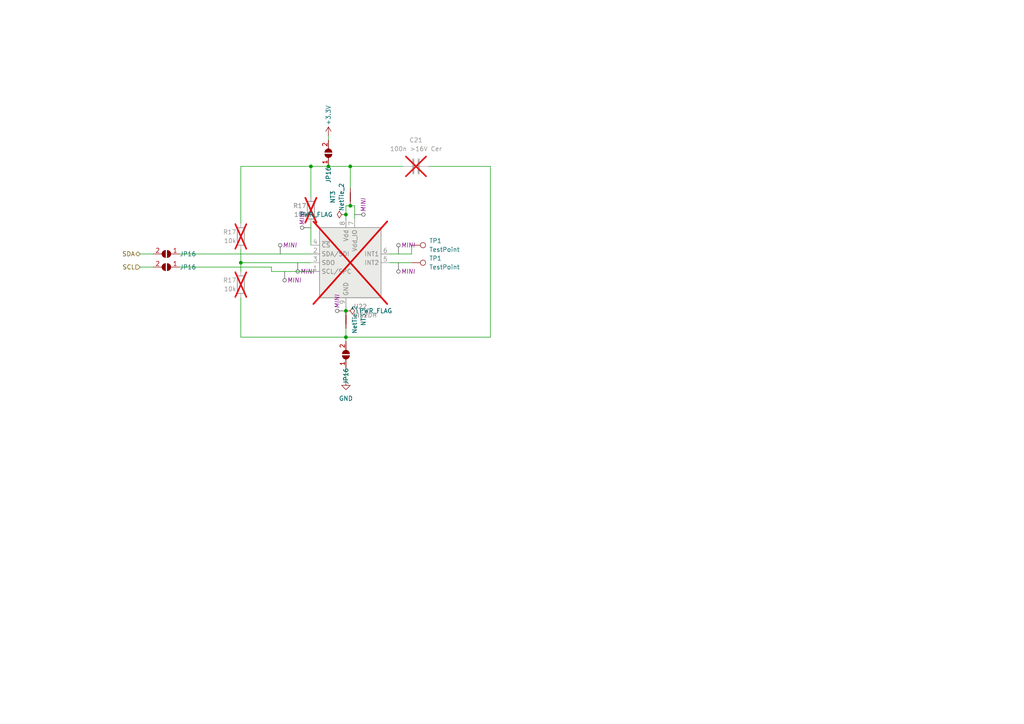
<source format=kicad_sch>
(kicad_sch (version 20230121) (generator eeschema)
  (paper "A4")
  (lib_symbols
    (symbol "Connector:TestPoint" (pin_numbers hide) (pin_names (offset 0.762) hide)
      (property "Reference" "TP" (at 0 6.858 0))
      (property "Value" "TestPoint" (at 0 5.08 0))
      (symbol "TestPoint_0_1"
        (circle (center 0 3.302) (radius 0.762))
      )
      (symbol "TestPoint_1_1"
        (pin passive line (at 0 0 90) (length 2.54) (name "1") (number "1"))
      )
    )
    (symbol "Device:C" (pin_numbers hide) (pin_names (offset 0.254))
      (property "Reference" "C" (at 0.635 2.54 0))
      (property "Value" "C" (at 0.635 -2.54 0))
      (symbol "C_0_1"
        (polyline (pts (xy -2.032 -0.762) (xy 2.032 -0.762)) (stroke (width 0.508)))
        (polyline (pts (xy -2.032 0.762) (xy 2.032 0.762)) (stroke (width 0.508)))
      )
      (symbol "C_1_1"
        (pin passive line (at 0 3.81 270) (length 2.794) (name "~") (number "1"))
        (pin passive line (at 0 -3.81 90) (length 2.794) (name "~") (number "2"))
      )
    )
    (symbol "Device:NetTie_2" (pin_numbers hide) (pin_names (offset 0) hide) (in_bom no)
      (property "Reference" "NT" (at 0 1.27 0))
      (property "Value" "NetTie_2" (at 0 -1.27 0))
      (symbol "NetTie_2_0_1"
        (polyline (pts (xy -1.27 0) (xy 1.27 0)) (stroke (width 0.254)))
      )
      (symbol "NetTie_2_1_1"
        (pin passive line (at -2.54 0 0) (length 2.54) (name "1") (number "1"))
        (pin passive line (at 2.54 0 180) (length 2.54) (name "2") (number "2"))
      )
    )
    (symbol "Device:R" (pin_numbers hide) (pin_names (offset 0))
      (property "Reference" "R" (at 2.032 0 90))
      (property "Value" "R" (at 0 0 90))
      (symbol "R_0_1"
        (rectangle (start -1.016 -2.54) (end 1.016 2.54) (stroke (width 0.254)))
      )
      (symbol "R_1_1"
        (pin passive line (at 0 3.81 270) (length 1.27) (name "~") (number "1"))
        (pin passive line (at 0 -3.81 90) (length 1.27) (name "~") (number "2"))
      )
    )
    (symbol "Jumper:SolderJumper_2_Open" (pin_names (offset 0) hide)
      (property "Reference" "JP" (at 0 2.032 0))
      (property "Value" "SolderJumper_2_Open" (at 0 -2.54 0))
      (symbol "SolderJumper_2_Open_0_1"
        (arc (start -0.254 1.016) (mid -1.2656 0) (end -0.254 -1.016))
        (arc (start -0.254 1.016) (mid -1.2656 0) (end -0.254 -1.016) (fill (type outline)))
        (polyline (pts (xy -0.254 1.016) (xy -0.254 -1.016)))
        (polyline (pts (xy 0.254 1.016) (xy 0.254 -1.016)))
        (arc (start 0.254 -1.016) (mid 1.2656 0) (end 0.254 1.016))
        (arc (start 0.254 -1.016) (mid 1.2656 0) (end 0.254 1.016) (fill (type outline)))
      )
      (symbol "SolderJumper_2_Open_1_1"
        (pin passive line (at -3.81 0 0) (length 2.54) (name "A") (number "1"))
        (pin passive line (at 3.81 0 180) (length 2.54) (name "B") (number "2"))
      )
    )
    (symbol "Sensor_Motion:LIS2DH"
      (property "Reference" "U" (at -8.89 11.43 0))
      (property "Value" "LIS2DH" (at 3.81 11.43 0))
      (symbol "LIS2DH_0_1"
        (rectangle (start -7.62 10.16) (end 10.16 -10.16) (stroke (width 0.254)) (fill (type background)))
      )
      (symbol "LIS2DH_1_1"
        (pin input line (at -10.16 -2.54 0) (length 2.54) (name "SCL/SPC") (number "1"))
        (pin passive line (at 0 -12.7 90) (length 2.54) hide (name "GND") (number "10"))
        (pin passive line (at 0 -12.7 90) (length 2.54) hide (name "GND") (number "11"))
        (pin passive line (at 0 -12.7 90) (length 2.54) hide (name "GND") (number "12"))
        (pin passive line (at 0 -12.7 90) (length 2.54) hide (name "GND") (number "13"))
        (pin passive line (at 0 -12.7 90) (length 2.54) hide (name "GND") (number "14"))
        (pin bidirectional line (at -10.16 2.54 0) (length 2.54) (name "SDA/SDI") (number "2"))
        (pin output line (at -10.16 0 0) (length 2.54) (name "SDO") (number "3"))
        (pin input line (at -10.16 5.08 0) (length 2.54) (name "~{CS}") (number "4"))
        (pin output line (at 12.7 0 180) (length 2.54) (name "INT2") (number "5"))
        (pin output line (at 12.7 2.54 180) (length 2.54) (name "INT1") (number "6"))
        (pin power_in line (at 2.54 12.7 270) (length 2.54) (name "Vdd_IO") (number "7"))
        (pin power_in line (at 0 12.7 270) (length 2.54) (name "Vdd") (number "8"))
        (pin power_in line (at 0 -12.7 90) (length 2.54) (name "GND") (number "9"))
      )
    )
    (symbol "power:+3.3V" (power) (pin_names (offset 0))
      (property "Value" "+3.3V" (at 0 3.556 0))
      (symbol "+3.3V_0_1"
        (polyline (pts (xy -0.762 1.27) (xy 0 2.54)))
        (polyline (pts (xy 0 0) (xy 0 2.54)))
        (polyline (pts (xy 0 2.54) (xy 0.762 1.27)))
      )
      (symbol "+3.3V_1_1"
        (pin power_in line (at 0 0 90) (length 0) hide (name "+3.3V") (number "1"))
      )
    )
    (symbol "power:GND" (power) (pin_names (offset 0))
      (property "Value" "GND" (at 0 -3.81 0))
      (symbol "GND_0_1"
        (polyline (pts (xy 0 0) (xy 0 -1.27) (xy 1.27 -1.27) (xy 0 -2.54) (xy -1.27 -1.27) (xy 0 -1.27)))
      )
      (symbol "GND_1_1"
        (pin power_in line (at 0 0 270) (length 0) hide (name "GND") (number "1"))
      )
    )
    (symbol "power:PWR_FLAG" (power) (pin_numbers hide) (pin_names (offset 0) hide)
      (property "Value" "PWR_FLAG" (at 0 3.81 0))
      (symbol "PWR_FLAG_0_0"
        (pin power_out line (at 0 0 90) (length 0) (name "pwr") (number "1"))
      )
      (symbol "PWR_FLAG_0_1"
        (polyline (pts (xy 0 0) (xy 0 1.27) (xy -1.016 1.905) (xy 0 2.54) (xy 1.016 1.905) (xy 0 1.27)))
      )
    )
  )
  (junction (at 69.85 76.2))
  (junction (at 100.33 90.17))
  (junction (at 95.25 48.26))
  (junction (at 100.33 97.79))
  (junction (at 100.33 62.23))
  (junction (at 101.6 48.26))
  (junction (at 101.6 59.69))
  (junction (at 90.17 48.26))
  (wire (pts (xy 90.17 64.77) (xy 90.17 71.12)))
  (wire (pts (xy 90.17 57.15) (xy 90.17 48.26)))
  (wire (pts (xy 69.85 97.79) (xy 100.33 97.79)))
  (wire (pts (xy 69.85 76.2) (xy 69.85 72.39)))
  (wire (pts (xy 40.64 73.66) (xy 44.45 73.66)))
  (wire (pts (xy 40.64 77.47) (xy 44.45 77.47)))
  (wire (pts (xy 100.33 59.69) (xy 100.33 62.23)))
  (wire (pts (xy 69.85 64.77) (xy 69.85 48.26)))
  (wire (pts (xy 113.03 76.2) (xy 119.38 76.2)))
  (wire (pts (xy 100.33 97.79) (xy 100.33 99.06)))
  (wire (pts (xy 78.74 78.74) (xy 78.74 77.47)))
  (wire (pts (xy 100.33 106.68) (xy 100.33 110.49)))
  (wire (pts (xy 52.07 73.66) (xy 90.17 73.66)))
  (wire (pts (xy 95.25 39.37) (xy 95.25 40.64)))
  (wire (pts (xy 113.03 73.66) (xy 119.38 73.66)))
  (wire (pts (xy 101.6 48.26) (xy 101.6 54.61)))
  (wire (pts (xy 69.85 76.2) (xy 69.85 78.74)))
  (wire (pts (xy 101.6 48.26) (xy 116.84 48.26)))
  (wire (pts (xy 95.25 48.26) (xy 101.6 48.26)))
  (wire (pts (xy 100.33 95.25) (xy 100.33 97.79)))
  (wire (pts (xy 90.17 76.2) (xy 69.85 76.2)))
  (wire (pts (xy 102.87 63.5) (xy 102.87 59.69)))
  (wire (pts (xy 124.46 48.26) (xy 142.24 48.26)))
  (wire (pts (xy 101.6 59.69) (xy 100.33 59.69)))
  (wire (pts (xy 100.33 97.79) (xy 142.24 97.79)))
  (wire (pts (xy 69.85 48.26) (xy 90.17 48.26)))
  (wire (pts (xy 90.17 48.26) (xy 95.25 48.26)))
  (wire (pts (xy 119.38 73.66) (xy 119.38 71.12)))
  (wire (pts (xy 102.87 59.69) (xy 101.6 59.69)))
  (wire (pts (xy 69.85 86.36) (xy 69.85 97.79)))
  (wire (pts (xy 52.07 77.47) (xy 78.74 77.47)))
  (wire (pts (xy 100.33 62.23) (xy 100.33 63.5)))
  (wire (pts (xy 90.17 78.74) (xy 78.74 78.74)))
  (wire (pts (xy 100.33 90.17) (xy 100.33 88.9)))
  (wire (pts (xy 142.24 48.26) (xy 142.24 97.79)))
  (hierarchical_label "SDA" (shape bidirectional) (at 40.64 73.66 180))
  (hierarchical_label "SCL" (shape input) (at 40.64 77.47 180))
  (netclass_flag "" (length 2.54) (shape round) (at 81.28 73.66 0) (property "Netclass" "MINI" (at 81.9785 71.12 0) (effects (font italic) (justify left))))
  (netclass_flag "" (length 2.54) (shape round) (at 90.17 66.04 90) (property "Netclass" "MINI" (at 87.63 65.3415 90) (effects (font italic) (justify left))))
  (netclass_flag "" (length 2.54) (shape round) (at 86.36 76.2 180) (property "Netclass" "MINI" (at 87.0585 78.74 0) (effects (font italic) (justify left))))
  (netclass_flag "" (length 2.54) (shape round) (at 115.57 73.66 0) (property "Netclass" "MINI" (at 116.2685 71.12 0) (effects (font italic) (justify left))))
  (netclass_flag "" (length 2.54) (shape round) (at 115.57 76.2 180) (property "Netclass" "MINI" (at 116.2685 78.74 0) (effects (font italic) (justify left))))
  (netclass_flag "" (length 2.54) (shape round) (at 100.33 90.17 90) (property "Netclass" "MINI" (at 97.79 89.4715 90) (effects (font italic) (justify left))))
  (netclass_flag "" (length 2.54) (shape round) (at 102.87 62.23 270) (property "Netclass" "MINI" (at 105.41 61.5315 90) (effects (font italic) (justify left))))
  (netclass_flag "" (length 2.54) (shape round) (at 82.55 78.74 180) (property "Netclass" "MINI" (at 83.2485 81.28 0) (effects (font italic) (justify left))))
  (symbol (lib_id "Connector:TestPoint") (at 119.38 71.12 270) (unit 1)
    (property "Reference" "TP1" (at 124.46 69.85 90) (effects (justify left)))
    (property "Value" "TestPoint" (at 124.46 72.39 90) (effects (justify left)))
    (property "Footprint" "Xaar-Driver:TestPoint_Pad_D1.5mm" (effects hide))
    (property "Supplier" "None" (effects hide))
    (property "Funktion" "Q1_Gate" (effects hide))
    (instances (project "Xaar128-Driver" (path "" (reference "TP1") (unit 1)) (path "" (reference "TP14") (unit 1))))
  )
  (symbol (lib_id "power:+3.3V") (at 95.25 39.37 0) (mirror y) (unit 1)
    (property "Reference" "#PWR070" (effects hide))
    (property "Value" "+3.3V" (at 95.25 30.48 90) (effects (justify right)))
    (instances (project "Xaar128-Driver" (path "" (reference "#PWR070") (unit 1)) (path "" (reference "#PWR081") (unit 1))))
  )
  (symbol (lib_id "Device:R") (at 90.17 60.96 180) (unit 1) (dnp yes)
    (property "Reference" "R17" (at 88.9 59.69 0) (effects (justify left)))
    (property "Value" "10k" (at 88.9 62.23 0) (effects (justify left)))
    (property "Footprint" "Resistor_SMD:R_0603_1608Metric_Pad0.98x0.95mm_HandSolder" (effects hide))
    (property "Supplier" "Elektroplatz" (effects hide))
    (instances (project "Xaar128-Driver" (path "" (reference "R17") (unit 1)) (path "" (reference "R45") (unit 1)) (path "" (reference "R47") (unit 1))))
  )
  (symbol (lib_id "Jumper:SolderJumper_2_Open") (at 48.26 73.66 180) (unit 1)
    (property "Reference" "JP16" (at 52.07 73.66 0) (effects (justify right)))
    (property "Value" "SolderJumper_2_Open" (effects hide))
    (property "Footprint" "Resistor_SMD:R_0603_1608Metric_Pad0.98x0.95mm_HandSolder" (effects hide))
    (property "Supplier" "None" (effects hide))
    (property "Funktion" "Connect ACC" (effects hide))
    (instances (project "Xaar128-Driver" (path "" (reference "JP16") (unit 1)) (path "" (reference "JP19") (unit 1))))
  )
  (symbol (lib_id "power:PWR_FLAG") (at 100.33 62.23 90) (unit 1)
    (property "Reference" "#FLG03" (effects hide))
    (property "Value" "PWR_FLAG" (at 96.52 62.23 90) (effects (justify left)))
  )
  (symbol (lib_id "Device:R") (at 69.85 68.58 180) (unit 1) (dnp yes)
    (property "Reference" "R17" (at 68.58 67.31 0) (effects (justify left)))
    (property "Value" "10k" (at 68.58 69.85 0) (effects (justify left)))
    (property "Footprint" "Resistor_SMD:R_0603_1608Metric_Pad0.98x0.95mm_HandSolder" (effects hide))
    (property "Supplier" "Elektroplatz" (effects hide))
    (instances (project "Xaar128-Driver" (path "" (reference "R17") (unit 1)) (path "" (reference "R45") (unit 1)) (path "" (reference "R53") (unit 1))))
  )
  (symbol (lib_id "Device:NetTie_2") (at 101.6 57.15 90) (unit 1) (in_bom no)
    (property "Reference" "NT3" (at 96.52 57.15 0))
    (property "Value" "NetTie_2" (at 99.06 57.15 0))
    (property "Footprint" "NetTie:NetTie-2_SMD_Pad0.5mm" (effects hide))
    (property "Supplier" "None" (effects hide))
    (instances (project "Xaar128-Driver" (path "" (reference "NT3") (unit 1)) (path "" (reference "NT5") (unit 1))))
  )
  (symbol (lib_id "Jumper:SolderJumper_2_Open") (at 100.33 102.87 90) (unit 1)
    (property "Reference" "JP16" (at 100.33 106.68 0) (effects (justify right)))
    (property "Value" "SolderJumper_2_Open" (effects hide))
    (property "Footprint" "Resistor_SMD:R_0603_1608Metric_Pad0.98x0.95mm_HandSolder" (effects hide))
    (property "Supplier" "None" (effects hide))
    (property "Funktion" "Connect ACC" (effects hide))
    (instances (project "Xaar128-Driver" (path "" (reference "JP16") (unit 1)) (path "" (reference "JP18") (unit 1))))
  )
  (symbol (lib_id "power:GND") (at 100.33 110.49 0) (mirror y) (unit 1)
    (property "Reference" "#PWR090" (effects hide))
    (property "Value" "GND" (at 100.33 115.57 0))
  )
  (symbol (lib_id "power:PWR_FLAG") (at 100.33 90.17 270) (unit 1)
    (property "Reference" "#FLG02" (effects hide))
    (property "Value" "PWR_FLAG" (at 104.14 90.17 90) (effects (justify left)))
  )
  (symbol (lib_id "Device:NetTie_2") (at 100.33 92.71 270) (unit 1) (in_bom no)
    (property "Reference" "NT3" (at 105.41 92.71 0))
    (property "Value" "NetTie_2" (at 102.87 92.71 0))
    (property "Footprint" "NetTie:NetTie-2_SMD_Pad0.5mm" (effects hide))
    (property "Supplier" "None" (effects hide))
    (instances (project "Xaar128-Driver" (path "" (reference "NT3") (unit 1)) (path "" (reference "NT2") (unit 1))))
  )
  (symbol (lib_id "Sensor_Motion:LIS2DH") (at 100.33 76.2 0) (unit 1) (dnp yes)
    (property "Reference" "U22" (at 102.5241 88.9 0) (effects (justify left)))
    (property "Value" "LIS2DH" (at 102.5241 91.44 0) (effects (justify left)))
    (property "Footprint" "Package_LGA:LGA-14_2x2mm_P0.35mm_LayoutBorder3x4y" (effects hide))
    (property "Datasheet" "http://www.st.com/web/en/resource/technical/document/datasheet/DM00042751.pdf" (effects hide))
    (property "Supplier" "None" (effects hide))
  )
  (symbol (lib_id "Jumper:SolderJumper_2_Open") (at 95.25 44.45 90) (unit 1)
    (property "Reference" "JP16" (at 95.25 48.26 0) (effects (justify right)))
    (property "Value" "SolderJumper_2_Open" (effects hide))
    (property "Footprint" "Resistor_SMD:R_0603_1608Metric_Pad0.98x0.95mm_HandSolder" (effects hide))
    (property "Supplier" "None" (effects hide))
    (property "Funktion" "Connect ACC" (effects hide))
    (instances (project "Xaar128-Driver" (path "" (reference "JP16") (unit 1)) (path "" (reference "JP17") (unit 1))))
  )
  (symbol (lib_id "Device:C") (at 120.65 48.26 90) (unit 1) (dnp yes)
    (property "Reference" "C21" (at 120.65 40.64 90))
    (property "Value" "100n >16V Cer" (at 120.65 43.18 90))
    (property "Footprint" "Capacitor_SMD:C_0603_1608Metric_Pad1.08x0.95mm_HandSolder" (effects hide))
    (property "Supplier" "Elektroplatz" (effects hide))
    (instances (project "Xaar128-Driver" (path "" (reference "C21") (unit 1)) (path "" (reference "C33") (unit 1))))
  )
  (symbol (lib_id "Connector:TestPoint") (at 119.38 76.2 270) (unit 1)
    (property "Reference" "TP1" (at 124.46 74.93 90) (effects (justify left)))
    (property "Value" "TestPoint" (at 124.46 77.47 90) (effects (justify left)))
    (property "Footprint" "Xaar-Driver:TestPoint_Pad_D1.5mm" (effects hide))
    (property "Supplier" "None" (effects hide))
    (property "Funktion" "Q1_Gate" (effects hide))
    (instances (project "Xaar128-Driver" (path "" (reference "TP1") (unit 1)) (path "" (reference "TP15") (unit 1))))
  )
  (symbol (lib_id "Device:R") (at 69.85 82.55 180) (unit 1) (dnp yes)
    (property "Reference" "R17" (at 68.58 81.28 0) (effects (justify left)))
    (property "Value" "10k" (at 68.58 83.82 0) (effects (justify left)))
    (property "Footprint" "Resistor_SMD:R_0603_1608Metric_Pad0.98x0.95mm_HandSolder" (effects hide))
    (property "Supplier" "Elektroplatz" (effects hide))
    (instances (project "Xaar128-Driver" (path "" (reference "R17") (unit 1)) (path "" (reference "R45") (unit 1)) (path "" (reference "R48") (unit 1))))
  )
  (symbol (lib_id "Jumper:SolderJumper_2_Open") (at 48.26 77.47 180) (unit 1)
    (property "Reference" "JP16" (at 52.07 77.47 0) (effects (justify right)))
    (property "Value" "SolderJumper_2_Open" (effects hide))
    (property "Footprint" "Resistor_SMD:R_0603_1608Metric_Pad0.98x0.95mm_HandSolder" (effects hide))
    (property "Supplier" "None" (effects hide))
    (property "Funktion" "Connect ACC" (effects hide))
    (instances (project "Xaar128-Driver" (path "" (reference "JP16") (unit 1)) (path "" (reference "JP20") (unit 1))))
  )
)
</source>
